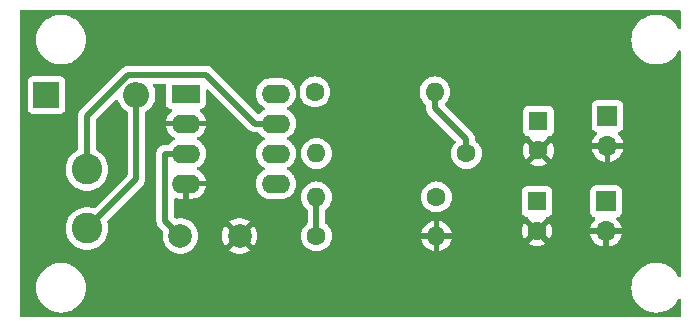
<source format=gbl>
%TF.GenerationSoftware,KiCad,Pcbnew,8.0.8*%
%TF.CreationDate,2025-06-29T12:47:59+09:00*%
%TF.ProjectId,NJM2374A_Boost,4e4a4d32-3337-4344-915f-426f6f73742e,rev?*%
%TF.SameCoordinates,Original*%
%TF.FileFunction,Copper,L2,Bot*%
%TF.FilePolarity,Positive*%
%FSLAX46Y46*%
G04 Gerber Fmt 4.6, Leading zero omitted, Abs format (unit mm)*
G04 Created by KiCad (PCBNEW 8.0.8) date 2025-06-29 12:47:59*
%MOMM*%
%LPD*%
G01*
G04 APERTURE LIST*
%TA.AperFunction,ComponentPad*%
%ADD10C,2.600000*%
%TD*%
%TA.AperFunction,ComponentPad*%
%ADD11C,1.600000*%
%TD*%
%TA.AperFunction,ComponentPad*%
%ADD12O,1.600000X1.600000*%
%TD*%
%TA.AperFunction,ComponentPad*%
%ADD13R,2.200000X2.200000*%
%TD*%
%TA.AperFunction,ComponentPad*%
%ADD14O,2.200000X2.200000*%
%TD*%
%TA.AperFunction,ComponentPad*%
%ADD15R,1.600000X1.600000*%
%TD*%
%TA.AperFunction,ComponentPad*%
%ADD16R,1.700000X1.700000*%
%TD*%
%TA.AperFunction,ComponentPad*%
%ADD17O,1.700000X1.700000*%
%TD*%
%TA.AperFunction,ComponentPad*%
%ADD18C,2.000000*%
%TD*%
%TA.AperFunction,ComponentPad*%
%ADD19R,2.400000X1.600000*%
%TD*%
%TA.AperFunction,ComponentPad*%
%ADD20O,2.400000X1.600000*%
%TD*%
%TA.AperFunction,Conductor*%
%ADD21C,0.500000*%
%TD*%
G04 APERTURE END LIST*
D10*
%TO.P,L1,1,1*%
%TO.N,Net-(D2-A)*%
X92202000Y-93980000D03*
%TO.P,L1,2,2*%
%TO.N,Net-(PS1-SI)*%
X92202000Y-88980000D03*
%TD*%
D11*
%TO.P,R3,1*%
%TO.N,Net-(PS1-CD)*%
X111506000Y-82423000D03*
D12*
%TO.P,R3,2*%
%TO.N,Net-(PS1-SI)*%
X121666000Y-82423000D03*
%TD*%
D13*
%TO.P,D2,1,K*%
%TO.N,Vout*%
X88773000Y-82677000D03*
D14*
%TO.P,D2,2,A*%
%TO.N,Net-(D2-A)*%
X96393000Y-82677000D03*
%TD*%
D15*
%TO.P,C3,1*%
%TO.N,Vin*%
X130429000Y-84876000D03*
D11*
%TO.P,C3,2*%
%TO.N,GND*%
X130429000Y-87376000D03*
%TD*%
D15*
%TO.P,C2,1*%
%TO.N,Vout*%
X130302000Y-91694000D03*
D11*
%TO.P,C2,2*%
%TO.N,GND*%
X130302000Y-94194000D03*
%TD*%
D16*
%TO.P,J1,1,Pin_1*%
%TO.N,Vin*%
X136271000Y-84450000D03*
D17*
%TO.P,J1,2,Pin_2*%
%TO.N,GND*%
X136271000Y-86990000D03*
%TD*%
D11*
%TO.P,R1,1*%
%TO.N,Net-(PS1-IN+)*%
X111633000Y-94615000D03*
D12*
%TO.P,R1,2*%
%TO.N,GND*%
X121793000Y-94615000D03*
%TD*%
D11*
%TO.P,R4,1*%
%TO.N,Net-(PS1-SI)*%
X124333000Y-87630000D03*
D12*
%TO.P,R4,2*%
%TO.N,Vin*%
X111633000Y-87630000D03*
%TD*%
D18*
%TO.P,C1,1*%
%TO.N,GND*%
X105116000Y-94615000D03*
%TO.P,C1,2*%
%TO.N,Net-(PS1-CT)*%
X100116000Y-94615000D03*
%TD*%
D19*
%TO.P,PS1,1,CS*%
%TO.N,Net-(D2-A)*%
X100569000Y-82560000D03*
D20*
%TO.P,PS1,2,ES*%
%TO.N,GND*%
X100569000Y-85100000D03*
%TO.P,PS1,3,CT*%
%TO.N,Net-(PS1-CT)*%
X100569000Y-87640000D03*
%TO.P,PS1,4,GND*%
%TO.N,GND*%
X100569000Y-90180000D03*
%TO.P,PS1,5,IN+*%
%TO.N,Net-(PS1-IN+)*%
X108189000Y-90180000D03*
%TO.P,PS1,6,V+*%
%TO.N,Vin*%
X108189000Y-87640000D03*
%TO.P,PS1,7,SI*%
%TO.N,Net-(PS1-SI)*%
X108189000Y-85100000D03*
%TO.P,PS1,8,CD*%
%TO.N,Net-(PS1-CD)*%
X108189000Y-82560000D03*
%TD*%
D11*
%TO.P,R2,1*%
%TO.N,Vout*%
X121793000Y-91313000D03*
D12*
%TO.P,R2,2*%
%TO.N,Net-(PS1-IN+)*%
X111633000Y-91313000D03*
%TD*%
D16*
%TO.P,J2,1,Pin_1*%
%TO.N,Vout*%
X136144000Y-91694000D03*
D17*
%TO.P,J2,2,Pin_2*%
%TO.N,GND*%
X136144000Y-94234000D03*
%TD*%
D21*
%TO.N,Net-(PS1-CT)*%
X100116000Y-94615000D02*
X98817300Y-93316300D01*
X98817300Y-93316300D02*
X98817300Y-87640000D01*
X100569000Y-87640000D02*
X98817300Y-87640000D01*
%TO.N,Net-(D2-A)*%
X96393000Y-89789000D02*
X92202000Y-93980000D01*
X96393000Y-82677000D02*
X96393000Y-89789000D01*
%TO.N,Net-(PS1-SI)*%
X95702700Y-80972500D02*
X102309800Y-80972500D01*
X102309800Y-80972500D02*
X106437300Y-85100000D01*
X92202000Y-84473200D02*
X95702700Y-80972500D01*
X121666000Y-82423000D02*
X121666000Y-83774700D01*
X124333000Y-86441700D02*
X124333000Y-87630000D01*
X121666000Y-83774700D02*
X124333000Y-86441700D01*
X108189000Y-85100000D02*
X106437300Y-85100000D01*
X92202000Y-88980000D02*
X92202000Y-84473200D01*
%TO.N,Net-(PS1-IN+)*%
X111633000Y-91313000D02*
X111633000Y-94615000D01*
%TD*%
%TA.AperFunction,Conductor*%
%TO.N,GND*%
G36*
X142442539Y-75520185D02*
G01*
X142488294Y-75572989D01*
X142499500Y-75624500D01*
X142499500Y-76977356D01*
X142479815Y-77044395D01*
X142427011Y-77090150D01*
X142357853Y-77100094D01*
X142294297Y-77071069D01*
X142265402Y-77034405D01*
X142255745Y-77015768D01*
X142198901Y-76906064D01*
X142033189Y-76671302D01*
X142033187Y-76671299D01*
X141954554Y-76587105D01*
X141837053Y-76461292D01*
X141614147Y-76279945D01*
X141614146Y-76279944D01*
X141368617Y-76130634D01*
X141105063Y-76016158D01*
X141105061Y-76016157D01*
X141105058Y-76016156D01*
X140975578Y-75979877D01*
X140828364Y-75938630D01*
X140828359Y-75938629D01*
X140828358Y-75938629D01*
X140686018Y-75919064D01*
X140543679Y-75899500D01*
X140543678Y-75899500D01*
X140256322Y-75899500D01*
X140256321Y-75899500D01*
X139971642Y-75938629D01*
X139971635Y-75938630D01*
X139763861Y-75996845D01*
X139694942Y-76016156D01*
X139694939Y-76016156D01*
X139694936Y-76016158D01*
X139694935Y-76016158D01*
X139431382Y-76130634D01*
X139185853Y-76279944D01*
X138962950Y-76461289D01*
X138766812Y-76671299D01*
X138601098Y-76906064D01*
X138468894Y-77161206D01*
X138372667Y-77431962D01*
X138372666Y-77431965D01*
X138314201Y-77713319D01*
X138294592Y-78000000D01*
X138314201Y-78286680D01*
X138372666Y-78568034D01*
X138372667Y-78568037D01*
X138468894Y-78838793D01*
X138468893Y-78838793D01*
X138601098Y-79093935D01*
X138766812Y-79328700D01*
X138851923Y-79419831D01*
X138962947Y-79538708D01*
X139185853Y-79720055D01*
X139431382Y-79869365D01*
X139618237Y-79950526D01*
X139694942Y-79983844D01*
X139971642Y-80061371D01*
X140221920Y-80095771D01*
X140256321Y-80100500D01*
X140256322Y-80100500D01*
X140543679Y-80100500D01*
X140574370Y-80096281D01*
X140828358Y-80061371D01*
X141105058Y-79983844D01*
X141218015Y-79934779D01*
X141368617Y-79869365D01*
X141368620Y-79869363D01*
X141368625Y-79869361D01*
X141614147Y-79720055D01*
X141837053Y-79538708D01*
X142033189Y-79328698D01*
X142198901Y-79093936D01*
X142265402Y-78965594D01*
X142313723Y-78915128D01*
X142381657Y-78898796D01*
X142447636Y-78921785D01*
X142490713Y-78976795D01*
X142499500Y-79022643D01*
X142499500Y-97977356D01*
X142479815Y-98044395D01*
X142427011Y-98090150D01*
X142357853Y-98100094D01*
X142294297Y-98071069D01*
X142265402Y-98034405D01*
X142255745Y-98015768D01*
X142198901Y-97906064D01*
X142033189Y-97671302D01*
X142033187Y-97671299D01*
X141954554Y-97587105D01*
X141837053Y-97461292D01*
X141614147Y-97279945D01*
X141614146Y-97279944D01*
X141368617Y-97130634D01*
X141105063Y-97016158D01*
X141105061Y-97016157D01*
X141105058Y-97016156D01*
X140975578Y-96979877D01*
X140828364Y-96938630D01*
X140828359Y-96938629D01*
X140828358Y-96938629D01*
X140686018Y-96919064D01*
X140543679Y-96899500D01*
X140543678Y-96899500D01*
X140256322Y-96899500D01*
X140256321Y-96899500D01*
X139971642Y-96938629D01*
X139971635Y-96938630D01*
X139763861Y-96996845D01*
X139694942Y-97016156D01*
X139694939Y-97016156D01*
X139694936Y-97016158D01*
X139694935Y-97016158D01*
X139431382Y-97130634D01*
X139185853Y-97279944D01*
X138962950Y-97461289D01*
X138766812Y-97671299D01*
X138601098Y-97906064D01*
X138468894Y-98161206D01*
X138372667Y-98431962D01*
X138372666Y-98431965D01*
X138314201Y-98713319D01*
X138294592Y-99000000D01*
X138314201Y-99286680D01*
X138372666Y-99568034D01*
X138372667Y-99568037D01*
X138468894Y-99838793D01*
X138468893Y-99838793D01*
X138601098Y-100093935D01*
X138766812Y-100328700D01*
X138851923Y-100419831D01*
X138962947Y-100538708D01*
X139185853Y-100720055D01*
X139431382Y-100869365D01*
X139618237Y-100950526D01*
X139694942Y-100983844D01*
X139971642Y-101061371D01*
X140221920Y-101095771D01*
X140256321Y-101100500D01*
X140256322Y-101100500D01*
X140543679Y-101100500D01*
X140574370Y-101096281D01*
X140828358Y-101061371D01*
X141105058Y-100983844D01*
X141218015Y-100934779D01*
X141368617Y-100869365D01*
X141368620Y-100869363D01*
X141368625Y-100869361D01*
X141614147Y-100720055D01*
X141837053Y-100538708D01*
X142033189Y-100328698D01*
X142198901Y-100093936D01*
X142265402Y-99965594D01*
X142313723Y-99915128D01*
X142381657Y-99898796D01*
X142447636Y-99921785D01*
X142490713Y-99976795D01*
X142499500Y-100022643D01*
X142499500Y-101375500D01*
X142479815Y-101442539D01*
X142427011Y-101488294D01*
X142375500Y-101499500D01*
X86624500Y-101499500D01*
X86557461Y-101479815D01*
X86511706Y-101427011D01*
X86500500Y-101375500D01*
X86500500Y-99000000D01*
X87894592Y-99000000D01*
X87914201Y-99286680D01*
X87972666Y-99568034D01*
X87972667Y-99568037D01*
X88068894Y-99838793D01*
X88068893Y-99838793D01*
X88201098Y-100093935D01*
X88366812Y-100328700D01*
X88451923Y-100419831D01*
X88562947Y-100538708D01*
X88785853Y-100720055D01*
X89031382Y-100869365D01*
X89218237Y-100950526D01*
X89294942Y-100983844D01*
X89571642Y-101061371D01*
X89821920Y-101095771D01*
X89856321Y-101100500D01*
X89856322Y-101100500D01*
X90143679Y-101100500D01*
X90174370Y-101096281D01*
X90428358Y-101061371D01*
X90705058Y-100983844D01*
X90818015Y-100934779D01*
X90968617Y-100869365D01*
X90968620Y-100869363D01*
X90968625Y-100869361D01*
X91214147Y-100720055D01*
X91437053Y-100538708D01*
X91633189Y-100328698D01*
X91798901Y-100093936D01*
X91931104Y-99838797D01*
X92027334Y-99568032D01*
X92085798Y-99286686D01*
X92105408Y-99000000D01*
X92085798Y-98713314D01*
X92027334Y-98431968D01*
X91931105Y-98161206D01*
X91931106Y-98161206D01*
X91798901Y-97906064D01*
X91633187Y-97671299D01*
X91554554Y-97587105D01*
X91437053Y-97461292D01*
X91214147Y-97279945D01*
X91214146Y-97279944D01*
X90968617Y-97130634D01*
X90705063Y-97016158D01*
X90705061Y-97016157D01*
X90705058Y-97016156D01*
X90575578Y-96979877D01*
X90428364Y-96938630D01*
X90428359Y-96938629D01*
X90428358Y-96938629D01*
X90286018Y-96919064D01*
X90143679Y-96899500D01*
X90143678Y-96899500D01*
X89856322Y-96899500D01*
X89856321Y-96899500D01*
X89571642Y-96938629D01*
X89571635Y-96938630D01*
X89363861Y-96996845D01*
X89294942Y-97016156D01*
X89294939Y-97016156D01*
X89294936Y-97016158D01*
X89294935Y-97016158D01*
X89031382Y-97130634D01*
X88785853Y-97279944D01*
X88562950Y-97461289D01*
X88366812Y-97671299D01*
X88201098Y-97906064D01*
X88068894Y-98161206D01*
X87972667Y-98431962D01*
X87972666Y-98431965D01*
X87914201Y-98713319D01*
X87894592Y-99000000D01*
X86500500Y-99000000D01*
X86500500Y-88979995D01*
X90396451Y-88979995D01*
X90396451Y-88980004D01*
X90416616Y-89249101D01*
X90457168Y-89426769D01*
X90476666Y-89512195D01*
X90575257Y-89763398D01*
X90710185Y-89997102D01*
X90846080Y-90167509D01*
X90878442Y-90208089D01*
X91024383Y-90343501D01*
X91076259Y-90391635D01*
X91299226Y-90543651D01*
X91299229Y-90543652D01*
X91299230Y-90543653D01*
X91329490Y-90558225D01*
X91542359Y-90660738D01*
X91800228Y-90740280D01*
X91800229Y-90740280D01*
X91800232Y-90740281D01*
X92067063Y-90780499D01*
X92067068Y-90780499D01*
X92067071Y-90780500D01*
X92067072Y-90780500D01*
X92336928Y-90780500D01*
X92336929Y-90780500D01*
X92336936Y-90780499D01*
X92603767Y-90740281D01*
X92603768Y-90740280D01*
X92603772Y-90740280D01*
X92861641Y-90660738D01*
X93053765Y-90568216D01*
X93104767Y-90543655D01*
X93104767Y-90543654D01*
X93104775Y-90543651D01*
X93327741Y-90391635D01*
X93525561Y-90208085D01*
X93693815Y-89997102D01*
X93828743Y-89763398D01*
X93927334Y-89512195D01*
X93987383Y-89249103D01*
X94007549Y-88980000D01*
X94002725Y-88915633D01*
X93987383Y-88710898D01*
X93980551Y-88680966D01*
X93927334Y-88447805D01*
X93828743Y-88196602D01*
X93693815Y-87962898D01*
X93525561Y-87751915D01*
X93525560Y-87751914D01*
X93525557Y-87751910D01*
X93327741Y-87568365D01*
X93324388Y-87566079D01*
X93104775Y-87416349D01*
X93104772Y-87416348D01*
X93104770Y-87416346D01*
X93022698Y-87376822D01*
X92970838Y-87329999D01*
X92952500Y-87265102D01*
X92952500Y-84835428D01*
X92972185Y-84768389D01*
X92988814Y-84747752D01*
X94650965Y-83085600D01*
X94712286Y-83052117D01*
X94781978Y-83057101D01*
X94837911Y-83098973D01*
X94859217Y-83144334D01*
X94866124Y-83173105D01*
X94866126Y-83173109D01*
X94962533Y-83405859D01*
X95094160Y-83620653D01*
X95094161Y-83620656D01*
X95119002Y-83649741D01*
X95257776Y-83812224D01*
X95449341Y-83975836D01*
X95583289Y-84057920D01*
X95630165Y-84109731D01*
X95642500Y-84163647D01*
X95642500Y-89426769D01*
X95622815Y-89493808D01*
X95606181Y-89514450D01*
X92883696Y-92236934D01*
X92822373Y-92270419D01*
X92759466Y-92267744D01*
X92603777Y-92219721D01*
X92603767Y-92219718D01*
X92336936Y-92179500D01*
X92336929Y-92179500D01*
X92067071Y-92179500D01*
X92067063Y-92179500D01*
X91800232Y-92219718D01*
X91800226Y-92219720D01*
X91542358Y-92299262D01*
X91299230Y-92416346D01*
X91076258Y-92568365D01*
X90878442Y-92751910D01*
X90710185Y-92962898D01*
X90575258Y-93196599D01*
X90575256Y-93196603D01*
X90476666Y-93447804D01*
X90476664Y-93447811D01*
X90416616Y-93710898D01*
X90396451Y-93979995D01*
X90396451Y-93980004D01*
X90416616Y-94249101D01*
X90476664Y-94512188D01*
X90476666Y-94512195D01*
X90549390Y-94697492D01*
X90575257Y-94763398D01*
X90710185Y-94997102D01*
X90761538Y-95061496D01*
X90878442Y-95208089D01*
X91003508Y-95324132D01*
X91076259Y-95391635D01*
X91299226Y-95543651D01*
X91542359Y-95660738D01*
X91800228Y-95740280D01*
X91800229Y-95740280D01*
X91800232Y-95740281D01*
X92067063Y-95780499D01*
X92067068Y-95780499D01*
X92067071Y-95780500D01*
X92067072Y-95780500D01*
X92336928Y-95780500D01*
X92336929Y-95780500D01*
X92336936Y-95780499D01*
X92603767Y-95740281D01*
X92603768Y-95740280D01*
X92603772Y-95740280D01*
X92861641Y-95660738D01*
X93104775Y-95543651D01*
X93327741Y-95391635D01*
X93525561Y-95208085D01*
X93693815Y-94997102D01*
X93828743Y-94763398D01*
X93927334Y-94512195D01*
X93987383Y-94249103D01*
X94003082Y-94039606D01*
X94007549Y-93980004D01*
X94007549Y-93979995D01*
X93987383Y-93710898D01*
X93965484Y-93614951D01*
X93927334Y-93447805D01*
X93919854Y-93428748D01*
X93913684Y-93359156D01*
X93946120Y-93297271D01*
X93947540Y-93295826D01*
X96975952Y-90267416D01*
X97032735Y-90182432D01*
X97058084Y-90144495D01*
X97114658Y-90007913D01*
X97141004Y-89875466D01*
X97143500Y-89862920D01*
X97143500Y-84163647D01*
X97163185Y-84096608D01*
X97202709Y-84057920D01*
X97336659Y-83975836D01*
X97528224Y-83812224D01*
X97691836Y-83620659D01*
X97823466Y-83405859D01*
X97919873Y-83173111D01*
X97978683Y-82928148D01*
X97998449Y-82677000D01*
X97978683Y-82425852D01*
X97919873Y-82180889D01*
X97823466Y-81948141D01*
X97801189Y-81911789D01*
X97782945Y-81844345D01*
X97804061Y-81777743D01*
X97857832Y-81733129D01*
X97906917Y-81723000D01*
X98744500Y-81723000D01*
X98811539Y-81742685D01*
X98857294Y-81795489D01*
X98868500Y-81847000D01*
X98868500Y-83407870D01*
X98868501Y-83407876D01*
X98874908Y-83467483D01*
X98925202Y-83602328D01*
X98925206Y-83602335D01*
X99011452Y-83717544D01*
X99011455Y-83717547D01*
X99126664Y-83803793D01*
X99126671Y-83803797D01*
X99171618Y-83820561D01*
X99261517Y-83854091D01*
X99299184Y-83858140D01*
X99363731Y-83884877D01*
X99403580Y-83942268D01*
X99406075Y-84012094D01*
X99370423Y-84072183D01*
X99358813Y-84081746D01*
X99322107Y-84108414D01*
X99177417Y-84253104D01*
X99177417Y-84253105D01*
X99057140Y-84418650D01*
X98964244Y-84600970D01*
X98901009Y-84795586D01*
X98892391Y-84850000D01*
X100253314Y-84850000D01*
X100248920Y-84854394D01*
X100196259Y-84945606D01*
X100169000Y-85047339D01*
X100169000Y-85152661D01*
X100196259Y-85254394D01*
X100248920Y-85345606D01*
X100253314Y-85350000D01*
X98892391Y-85350000D01*
X98901009Y-85404413D01*
X98964244Y-85599029D01*
X99057140Y-85781349D01*
X99177417Y-85946894D01*
X99177417Y-85946895D01*
X99322104Y-86091582D01*
X99487652Y-86211861D01*
X99580628Y-86259234D01*
X99631425Y-86307208D01*
X99648220Y-86375029D01*
X99625683Y-86441164D01*
X99580630Y-86480203D01*
X99487388Y-86527713D01*
X99321786Y-86648028D01*
X99177032Y-86792782D01*
X99177028Y-86792787D01*
X99143900Y-86838385D01*
X99088571Y-86881051D01*
X99043582Y-86889500D01*
X98743380Y-86889500D01*
X98598392Y-86918340D01*
X98598382Y-86918343D01*
X98461811Y-86974912D01*
X98461798Y-86974919D01*
X98338884Y-87057048D01*
X98338880Y-87057051D01*
X98234351Y-87161580D01*
X98234348Y-87161584D01*
X98152219Y-87284498D01*
X98152212Y-87284511D01*
X98095643Y-87421082D01*
X98095640Y-87421092D01*
X98066800Y-87566079D01*
X98066800Y-87566082D01*
X98066800Y-93390218D01*
X98066800Y-93390220D01*
X98066799Y-93390220D01*
X98095640Y-93535207D01*
X98095643Y-93535217D01*
X98152213Y-93671790D01*
X98152214Y-93671791D01*
X98152216Y-93671795D01*
X98164524Y-93690215D01*
X98221750Y-93775862D01*
X98234351Y-93794720D01*
X98234352Y-93794721D01*
X98616618Y-94176985D01*
X98650103Y-94238308D01*
X98649143Y-94295106D01*
X98630891Y-94367182D01*
X98610357Y-94614994D01*
X98610357Y-94615005D01*
X98630890Y-94862812D01*
X98630892Y-94862824D01*
X98691936Y-95103881D01*
X98791826Y-95331606D01*
X98927833Y-95539782D01*
X98950710Y-95564633D01*
X99096256Y-95722738D01*
X99292491Y-95875474D01*
X99375633Y-95920468D01*
X99510332Y-95993364D01*
X99511190Y-95993828D01*
X99730141Y-96068994D01*
X99744964Y-96074083D01*
X99746386Y-96074571D01*
X99991665Y-96115500D01*
X100240335Y-96115500D01*
X100485614Y-96074571D01*
X100720810Y-95993828D01*
X100939509Y-95875474D01*
X101135744Y-95722738D01*
X101304164Y-95539785D01*
X101440173Y-95331607D01*
X101540063Y-95103881D01*
X101601108Y-94862821D01*
X101602462Y-94846478D01*
X101621643Y-94615005D01*
X101621643Y-94614994D01*
X103610859Y-94614994D01*
X103610859Y-94615005D01*
X103631385Y-94862729D01*
X103631387Y-94862738D01*
X103692412Y-95103717D01*
X103792267Y-95331367D01*
X103892562Y-95484881D01*
X104633037Y-94744408D01*
X104650075Y-94807993D01*
X104715901Y-94922007D01*
X104808993Y-95015099D01*
X104923007Y-95080925D01*
X104986591Y-95097962D01*
X104245943Y-95838609D01*
X104292768Y-95875055D01*
X104292771Y-95875057D01*
X104511385Y-95993364D01*
X104511396Y-95993369D01*
X104746506Y-96074083D01*
X104991707Y-96115000D01*
X105240293Y-96115000D01*
X105485493Y-96074083D01*
X105720603Y-95993369D01*
X105720614Y-95993364D01*
X105939230Y-95875056D01*
X105939236Y-95875051D01*
X105986055Y-95838610D01*
X105986056Y-95838609D01*
X105245408Y-95097962D01*
X105308993Y-95080925D01*
X105423007Y-95015099D01*
X105516099Y-94922007D01*
X105581925Y-94807993D01*
X105598962Y-94744409D01*
X106339435Y-95484882D01*
X106439733Y-95331364D01*
X106539587Y-95103717D01*
X106600612Y-94862738D01*
X106600614Y-94862729D01*
X106621141Y-94615005D01*
X106621141Y-94614994D01*
X106600614Y-94367270D01*
X106600612Y-94367261D01*
X106539587Y-94126282D01*
X106439732Y-93898632D01*
X106339435Y-93745116D01*
X105598962Y-94485590D01*
X105581925Y-94422007D01*
X105516099Y-94307993D01*
X105423007Y-94214901D01*
X105308993Y-94149075D01*
X105245409Y-94132037D01*
X105986055Y-93391389D01*
X105986055Y-93391388D01*
X105939236Y-93354947D01*
X105939231Y-93354944D01*
X105720614Y-93236635D01*
X105720603Y-93236630D01*
X105485493Y-93155916D01*
X105240293Y-93115000D01*
X104991707Y-93115000D01*
X104746506Y-93155916D01*
X104511396Y-93236630D01*
X104511385Y-93236635D01*
X104292770Y-93354943D01*
X104245943Y-93391389D01*
X104986591Y-94132037D01*
X104923007Y-94149075D01*
X104808993Y-94214901D01*
X104715901Y-94307993D01*
X104650075Y-94422007D01*
X104633037Y-94485591D01*
X103892563Y-93745117D01*
X103792267Y-93898633D01*
X103792265Y-93898637D01*
X103692412Y-94126282D01*
X103631387Y-94367261D01*
X103631385Y-94367270D01*
X103610859Y-94614994D01*
X101621643Y-94614994D01*
X101601109Y-94367187D01*
X101601107Y-94367175D01*
X101540063Y-94126118D01*
X101440173Y-93898393D01*
X101304164Y-93690215D01*
X101287207Y-93671795D01*
X101135744Y-93507262D01*
X100939509Y-93354526D01*
X100939507Y-93354525D01*
X100939506Y-93354524D01*
X100720811Y-93236172D01*
X100720802Y-93236169D01*
X100485616Y-93155429D01*
X100240335Y-93114500D01*
X99991665Y-93114500D01*
X99784841Y-93149011D01*
X99715476Y-93140629D01*
X99676751Y-93114383D01*
X99604119Y-93041751D01*
X99570634Y-92980428D01*
X99567800Y-92954070D01*
X99567800Y-91522230D01*
X99587485Y-91455191D01*
X99640289Y-91409436D01*
X99709447Y-91399492D01*
X99730119Y-91404299D01*
X99864582Y-91447990D01*
X100066683Y-91480000D01*
X100319000Y-91480000D01*
X100319000Y-90495686D01*
X100323394Y-90500080D01*
X100414606Y-90552741D01*
X100516339Y-90580000D01*
X100621661Y-90580000D01*
X100723394Y-90552741D01*
X100814606Y-90500080D01*
X100819000Y-90495686D01*
X100819000Y-91480000D01*
X101071317Y-91480000D01*
X101273417Y-91447990D01*
X101468031Y-91384755D01*
X101650349Y-91291859D01*
X101815894Y-91171582D01*
X101815895Y-91171582D01*
X101960582Y-91026895D01*
X101960582Y-91026894D01*
X102080859Y-90861349D01*
X102173755Y-90679029D01*
X102236990Y-90484413D01*
X102245609Y-90430000D01*
X100884686Y-90430000D01*
X100889080Y-90425606D01*
X100941741Y-90334394D01*
X100969000Y-90232661D01*
X100969000Y-90127339D01*
X100941741Y-90025606D01*
X100889080Y-89934394D01*
X100884686Y-89930000D01*
X102245609Y-89930000D01*
X102236990Y-89875586D01*
X102173755Y-89680970D01*
X102080859Y-89498650D01*
X101960582Y-89333105D01*
X101960582Y-89333104D01*
X101815895Y-89188417D01*
X101650349Y-89068140D01*
X101557370Y-89020765D01*
X101506574Y-88972790D01*
X101489779Y-88904969D01*
X101512316Y-88838835D01*
X101557370Y-88799795D01*
X101557920Y-88799515D01*
X101650610Y-88752287D01*
X101776063Y-88661141D01*
X101816213Y-88631971D01*
X101816215Y-88631968D01*
X101816219Y-88631966D01*
X101960966Y-88487219D01*
X101960968Y-88487215D01*
X101960971Y-88487213D01*
X102013732Y-88414590D01*
X102081287Y-88321610D01*
X102174220Y-88139219D01*
X102237477Y-87944534D01*
X102269500Y-87742352D01*
X102269500Y-87537648D01*
X102251038Y-87421087D01*
X102237477Y-87335465D01*
X102188104Y-87183511D01*
X102174220Y-87140781D01*
X102174218Y-87140778D01*
X102174218Y-87140776D01*
X102113925Y-87022446D01*
X102081287Y-86958390D01*
X102060423Y-86929673D01*
X101960971Y-86792786D01*
X101816213Y-86648028D01*
X101650611Y-86527713D01*
X101557369Y-86480203D01*
X101506574Y-86432229D01*
X101489779Y-86364407D01*
X101512317Y-86298273D01*
X101557371Y-86259234D01*
X101650347Y-86211861D01*
X101815894Y-86091582D01*
X101815895Y-86091582D01*
X101960582Y-85946895D01*
X101960582Y-85946894D01*
X102080859Y-85781349D01*
X102173755Y-85599029D01*
X102236990Y-85404413D01*
X102245609Y-85350000D01*
X100884686Y-85350000D01*
X100889080Y-85345606D01*
X100941741Y-85254394D01*
X100969000Y-85152661D01*
X100969000Y-85047339D01*
X100941741Y-84945606D01*
X100889080Y-84854394D01*
X100884686Y-84850000D01*
X102245609Y-84850000D01*
X102236990Y-84795586D01*
X102173755Y-84600970D01*
X102080859Y-84418650D01*
X101960582Y-84253105D01*
X101960582Y-84253104D01*
X101815895Y-84108417D01*
X101779187Y-84081747D01*
X101736522Y-84026417D01*
X101730543Y-83956803D01*
X101763149Y-83895008D01*
X101823988Y-83860651D01*
X101838814Y-83858140D01*
X101876483Y-83854091D01*
X102011331Y-83803796D01*
X102126546Y-83717546D01*
X102212796Y-83602331D01*
X102263091Y-83467483D01*
X102269500Y-83407873D01*
X102269499Y-82292928D01*
X102289184Y-82225890D01*
X102341987Y-82180135D01*
X102411146Y-82170191D01*
X102474702Y-82199216D01*
X102481180Y-82205248D01*
X104168444Y-83892511D01*
X105854348Y-85578415D01*
X105854349Y-85578416D01*
X105933477Y-85657544D01*
X105958885Y-85682952D01*
X106081798Y-85765080D01*
X106081811Y-85765087D01*
X106218382Y-85821656D01*
X106218387Y-85821658D01*
X106218391Y-85821658D01*
X106218392Y-85821659D01*
X106363379Y-85850500D01*
X106363382Y-85850500D01*
X106663582Y-85850500D01*
X106730621Y-85870185D01*
X106763900Y-85901615D01*
X106797028Y-85947212D01*
X106797032Y-85947217D01*
X106941786Y-86091971D01*
X107060171Y-86177981D01*
X107107390Y-86212287D01*
X107198840Y-86258883D01*
X107200080Y-86259515D01*
X107250876Y-86307490D01*
X107267671Y-86375311D01*
X107245134Y-86441446D01*
X107200080Y-86480485D01*
X107107386Y-86527715D01*
X106941786Y-86648028D01*
X106797028Y-86792786D01*
X106676715Y-86958386D01*
X106583781Y-87140776D01*
X106520522Y-87335465D01*
X106488500Y-87537648D01*
X106488500Y-87742351D01*
X106520522Y-87944534D01*
X106583781Y-88139223D01*
X106647068Y-88263429D01*
X106676215Y-88320633D01*
X106676715Y-88321613D01*
X106797028Y-88487213D01*
X106941786Y-88631971D01*
X107050421Y-88710897D01*
X107107390Y-88752287D01*
X107187800Y-88793258D01*
X107200080Y-88799515D01*
X107250876Y-88847490D01*
X107267671Y-88915311D01*
X107245134Y-88981446D01*
X107200080Y-89020485D01*
X107107386Y-89067715D01*
X106941786Y-89188028D01*
X106797028Y-89332786D01*
X106676715Y-89498386D01*
X106583781Y-89680776D01*
X106520522Y-89875465D01*
X106488500Y-90077648D01*
X106488500Y-90282351D01*
X106520522Y-90484534D01*
X106583781Y-90679223D01*
X106638451Y-90786517D01*
X106668818Y-90846116D01*
X106676715Y-90861613D01*
X106797028Y-91027213D01*
X106941786Y-91171971D01*
X107096749Y-91284556D01*
X107107390Y-91292287D01*
X107223607Y-91351503D01*
X107289776Y-91385218D01*
X107289778Y-91385218D01*
X107289781Y-91385220D01*
X107394137Y-91419127D01*
X107484465Y-91448477D01*
X107585557Y-91464488D01*
X107686648Y-91480500D01*
X107686649Y-91480500D01*
X108691351Y-91480500D01*
X108691352Y-91480500D01*
X108893534Y-91448477D01*
X109088219Y-91385220D01*
X109229962Y-91312998D01*
X110327532Y-91312998D01*
X110327532Y-91313001D01*
X110347364Y-91539686D01*
X110347366Y-91539697D01*
X110406258Y-91759488D01*
X110406261Y-91759497D01*
X110502431Y-91965732D01*
X110502432Y-91965734D01*
X110632954Y-92152141D01*
X110793859Y-92313046D01*
X110829621Y-92338086D01*
X110873247Y-92392662D01*
X110882500Y-92439662D01*
X110882500Y-93488336D01*
X110862815Y-93555375D01*
X110829625Y-93589910D01*
X110793863Y-93614951D01*
X110632951Y-93775862D01*
X110502432Y-93962265D01*
X110502431Y-93962267D01*
X110406261Y-94168502D01*
X110406258Y-94168511D01*
X110347366Y-94388302D01*
X110347364Y-94388313D01*
X110327532Y-94614998D01*
X110327532Y-94615001D01*
X110347364Y-94841686D01*
X110347366Y-94841697D01*
X110406258Y-95061488D01*
X110406261Y-95061497D01*
X110502431Y-95267732D01*
X110502432Y-95267734D01*
X110632954Y-95454141D01*
X110793858Y-95615045D01*
X110793861Y-95615047D01*
X110980266Y-95745568D01*
X111186504Y-95841739D01*
X111406308Y-95900635D01*
X111568230Y-95914801D01*
X111632998Y-95920468D01*
X111633000Y-95920468D01*
X111633002Y-95920468D01*
X111689673Y-95915509D01*
X111859692Y-95900635D01*
X112079496Y-95841739D01*
X112285734Y-95745568D01*
X112472139Y-95615047D01*
X112633047Y-95454139D01*
X112763568Y-95267734D01*
X112859739Y-95061496D01*
X112918635Y-94841692D01*
X112938468Y-94615000D01*
X112938467Y-94614994D01*
X112923123Y-94439606D01*
X112918635Y-94388308D01*
X112912389Y-94364999D01*
X120514127Y-94364999D01*
X120514128Y-94365000D01*
X121477314Y-94365000D01*
X121472920Y-94369394D01*
X121420259Y-94460606D01*
X121393000Y-94562339D01*
X121393000Y-94667661D01*
X121420259Y-94769394D01*
X121472920Y-94860606D01*
X121477314Y-94865000D01*
X120514128Y-94865000D01*
X120566730Y-95061317D01*
X120566734Y-95061326D01*
X120662865Y-95267482D01*
X120793342Y-95453820D01*
X120954179Y-95614657D01*
X121140517Y-95745134D01*
X121346673Y-95841265D01*
X121346682Y-95841269D01*
X121542999Y-95893872D01*
X121543000Y-95893871D01*
X121543000Y-94930686D01*
X121547394Y-94935080D01*
X121638606Y-94987741D01*
X121740339Y-95015000D01*
X121845661Y-95015000D01*
X121947394Y-94987741D01*
X122038606Y-94935080D01*
X122043000Y-94930686D01*
X122043000Y-95893872D01*
X122239317Y-95841269D01*
X122239326Y-95841265D01*
X122445482Y-95745134D01*
X122631820Y-95614657D01*
X122792657Y-95453820D01*
X122923134Y-95267482D01*
X123019265Y-95061326D01*
X123019269Y-95061317D01*
X123071872Y-94865000D01*
X122108686Y-94865000D01*
X122113080Y-94860606D01*
X122165741Y-94769394D01*
X122193000Y-94667661D01*
X122193000Y-94562339D01*
X122165741Y-94460606D01*
X122113080Y-94369394D01*
X122108686Y-94365000D01*
X123071872Y-94365000D01*
X123071872Y-94364999D01*
X123026052Y-94193997D01*
X128997034Y-94193997D01*
X128997034Y-94194002D01*
X129016858Y-94420599D01*
X129016860Y-94420610D01*
X129075730Y-94640317D01*
X129075735Y-94640331D01*
X129171863Y-94846478D01*
X129222974Y-94919472D01*
X129902000Y-94240446D01*
X129902000Y-94246661D01*
X129929259Y-94348394D01*
X129981920Y-94439606D01*
X130056394Y-94514080D01*
X130147606Y-94566741D01*
X130249339Y-94594000D01*
X130255553Y-94594000D01*
X129576526Y-95273025D01*
X129649513Y-95324132D01*
X129649521Y-95324136D01*
X129855668Y-95420264D01*
X129855682Y-95420269D01*
X130075389Y-95479139D01*
X130075400Y-95479141D01*
X130301998Y-95498966D01*
X130302002Y-95498966D01*
X130528599Y-95479141D01*
X130528610Y-95479139D01*
X130748317Y-95420269D01*
X130748331Y-95420264D01*
X130954478Y-95324136D01*
X131027471Y-95273024D01*
X130348447Y-94594000D01*
X130354661Y-94594000D01*
X130456394Y-94566741D01*
X130547606Y-94514080D01*
X130622080Y-94439606D01*
X130674741Y-94348394D01*
X130702000Y-94246661D01*
X130702000Y-94240447D01*
X131381024Y-94919471D01*
X131432136Y-94846478D01*
X131528264Y-94640331D01*
X131528269Y-94640317D01*
X131587139Y-94420610D01*
X131587141Y-94420599D01*
X131606966Y-94194002D01*
X131606966Y-94193997D01*
X131587141Y-93967400D01*
X131587139Y-93967389D01*
X131528269Y-93747682D01*
X131528264Y-93747668D01*
X131432136Y-93541521D01*
X131432132Y-93541513D01*
X131381025Y-93468526D01*
X130702000Y-94147551D01*
X130702000Y-94141339D01*
X130674741Y-94039606D01*
X130622080Y-93948394D01*
X130547606Y-93873920D01*
X130456394Y-93821259D01*
X130354661Y-93794000D01*
X130348445Y-93794000D01*
X131032646Y-93109800D01*
X131042492Y-93060807D01*
X131091107Y-93010624D01*
X131146633Y-92995981D01*
X131146576Y-92994900D01*
X131146571Y-92994854D01*
X131146573Y-92994853D01*
X131146564Y-92994676D01*
X131149857Y-92994499D01*
X131149872Y-92994499D01*
X131209483Y-92988091D01*
X131344331Y-92937796D01*
X131459546Y-92851546D01*
X131545796Y-92736331D01*
X131596091Y-92601483D01*
X131602500Y-92541873D01*
X131602499Y-90846128D01*
X131597125Y-90796135D01*
X134793500Y-90796135D01*
X134793500Y-92591870D01*
X134793501Y-92591876D01*
X134799908Y-92651483D01*
X134850202Y-92786328D01*
X134850206Y-92786335D01*
X134936452Y-92901544D01*
X134936455Y-92901547D01*
X135051664Y-92987793D01*
X135051671Y-92987797D01*
X135112874Y-93010624D01*
X135183598Y-93037002D01*
X135239531Y-93078873D01*
X135263949Y-93144337D01*
X135249098Y-93212610D01*
X135227947Y-93240865D01*
X135105886Y-93362926D01*
X134970400Y-93556420D01*
X134970399Y-93556422D01*
X134870570Y-93770507D01*
X134870567Y-93770513D01*
X134813364Y-93983999D01*
X134813364Y-93984000D01*
X135710988Y-93984000D01*
X135678075Y-94041007D01*
X135644000Y-94168174D01*
X135644000Y-94299826D01*
X135678075Y-94426993D01*
X135710988Y-94484000D01*
X134813364Y-94484000D01*
X134870567Y-94697486D01*
X134870570Y-94697492D01*
X134970399Y-94911578D01*
X135105894Y-95105082D01*
X135272917Y-95272105D01*
X135466421Y-95407600D01*
X135680507Y-95507429D01*
X135680516Y-95507433D01*
X135894000Y-95564634D01*
X135894000Y-94667012D01*
X135951007Y-94699925D01*
X136078174Y-94734000D01*
X136209826Y-94734000D01*
X136336993Y-94699925D01*
X136394000Y-94667012D01*
X136394000Y-95564633D01*
X136607483Y-95507433D01*
X136607492Y-95507429D01*
X136821578Y-95407600D01*
X137015082Y-95272105D01*
X137182105Y-95105082D01*
X137317600Y-94911578D01*
X137417429Y-94697492D01*
X137417432Y-94697486D01*
X137474636Y-94484000D01*
X136577012Y-94484000D01*
X136609925Y-94426993D01*
X136644000Y-94299826D01*
X136644000Y-94168174D01*
X136609925Y-94041007D01*
X136577012Y-93984000D01*
X137474636Y-93984000D01*
X137474635Y-93983999D01*
X137417432Y-93770513D01*
X137417429Y-93770507D01*
X137317600Y-93556422D01*
X137317599Y-93556420D01*
X137182113Y-93362926D01*
X137182108Y-93362920D01*
X137060053Y-93240865D01*
X137026568Y-93179542D01*
X137031552Y-93109850D01*
X137073424Y-93053917D01*
X137104400Y-93037002D01*
X137217410Y-92994853D01*
X137236326Y-92987798D01*
X137236326Y-92987797D01*
X137236331Y-92987796D01*
X137351546Y-92901546D01*
X137437796Y-92786331D01*
X137488091Y-92651483D01*
X137494500Y-92591873D01*
X137494499Y-90796128D01*
X137488091Y-90736517D01*
X137466720Y-90679219D01*
X137437797Y-90601671D01*
X137437793Y-90601664D01*
X137351547Y-90486455D01*
X137351544Y-90486452D01*
X137236335Y-90400206D01*
X137236328Y-90400202D01*
X137101482Y-90349908D01*
X137101483Y-90349908D01*
X137041883Y-90343501D01*
X137041881Y-90343500D01*
X137041873Y-90343500D01*
X137041864Y-90343500D01*
X135246129Y-90343500D01*
X135246123Y-90343501D01*
X135186516Y-90349908D01*
X135051671Y-90400202D01*
X135051664Y-90400206D01*
X134936455Y-90486452D01*
X134936452Y-90486455D01*
X134850206Y-90601664D01*
X134850202Y-90601671D01*
X134799908Y-90736517D01*
X134795180Y-90780499D01*
X134793501Y-90796123D01*
X134793500Y-90796135D01*
X131597125Y-90796135D01*
X131596091Y-90786517D01*
X131593846Y-90780499D01*
X131545797Y-90651671D01*
X131545793Y-90651664D01*
X131459547Y-90536455D01*
X131459544Y-90536452D01*
X131344335Y-90450206D01*
X131344328Y-90450202D01*
X131209482Y-90399908D01*
X131209483Y-90399908D01*
X131149883Y-90393501D01*
X131149881Y-90393500D01*
X131149873Y-90393500D01*
X131149864Y-90393500D01*
X129454129Y-90393500D01*
X129454123Y-90393501D01*
X129394516Y-90399908D01*
X129259671Y-90450202D01*
X129259664Y-90450206D01*
X129144455Y-90536452D01*
X129144452Y-90536455D01*
X129058206Y-90651664D01*
X129058202Y-90651671D01*
X129007908Y-90786517D01*
X129001501Y-90846116D01*
X129001501Y-90846123D01*
X129001500Y-90846135D01*
X129001500Y-92541870D01*
X129001501Y-92541876D01*
X129007908Y-92601483D01*
X129058202Y-92736328D01*
X129058206Y-92736335D01*
X129144452Y-92851544D01*
X129144455Y-92851547D01*
X129259664Y-92937793D01*
X129259671Y-92937797D01*
X129303302Y-92954070D01*
X129394517Y-92988091D01*
X129454127Y-92994500D01*
X129454153Y-92994499D01*
X129457453Y-92994678D01*
X129457372Y-92996183D01*
X129518672Y-93014112D01*
X129564483Y-93066867D01*
X129572016Y-93110464D01*
X130255553Y-93794000D01*
X130249339Y-93794000D01*
X130147606Y-93821259D01*
X130056394Y-93873920D01*
X129981920Y-93948394D01*
X129929259Y-94039606D01*
X129902000Y-94141339D01*
X129902000Y-94147552D01*
X129222974Y-93468526D01*
X129222973Y-93468526D01*
X129171868Y-93541512D01*
X129171866Y-93541516D01*
X129075734Y-93747673D01*
X129075730Y-93747682D01*
X129016860Y-93967389D01*
X129016858Y-93967400D01*
X128997034Y-94193997D01*
X123026052Y-94193997D01*
X123019269Y-94168682D01*
X123019265Y-94168673D01*
X122923134Y-93962517D01*
X122792657Y-93776179D01*
X122631820Y-93615342D01*
X122445482Y-93484865D01*
X122239328Y-93388734D01*
X122043000Y-93336127D01*
X122043000Y-94299314D01*
X122038606Y-94294920D01*
X121947394Y-94242259D01*
X121845661Y-94215000D01*
X121740339Y-94215000D01*
X121638606Y-94242259D01*
X121547394Y-94294920D01*
X121543000Y-94299314D01*
X121543000Y-93336127D01*
X121346671Y-93388734D01*
X121140517Y-93484865D01*
X120954179Y-93615342D01*
X120793342Y-93776179D01*
X120662865Y-93962517D01*
X120566734Y-94168673D01*
X120566730Y-94168682D01*
X120514127Y-94364999D01*
X112912389Y-94364999D01*
X112866570Y-94193997D01*
X112859741Y-94168511D01*
X112859738Y-94168502D01*
X112839974Y-94126118D01*
X112763568Y-93962266D01*
X112698307Y-93869063D01*
X112633048Y-93775862D01*
X112568083Y-93710897D01*
X112472139Y-93614953D01*
X112467373Y-93611615D01*
X112436375Y-93589910D01*
X112392751Y-93535332D01*
X112383500Y-93488336D01*
X112383500Y-92439662D01*
X112403185Y-92372623D01*
X112436379Y-92338086D01*
X112472140Y-92313046D01*
X112633045Y-92152141D01*
X112633047Y-92152139D01*
X112763568Y-91965734D01*
X112859739Y-91759496D01*
X112918635Y-91539692D01*
X112938468Y-91313000D01*
X112938468Y-91312998D01*
X120487532Y-91312998D01*
X120487532Y-91313001D01*
X120507364Y-91539686D01*
X120507366Y-91539697D01*
X120566258Y-91759488D01*
X120566261Y-91759497D01*
X120662431Y-91965732D01*
X120662432Y-91965734D01*
X120792954Y-92152141D01*
X120953858Y-92313045D01*
X120953861Y-92313047D01*
X121140266Y-92443568D01*
X121346504Y-92539739D01*
X121346509Y-92539740D01*
X121346511Y-92539741D01*
X121399415Y-92553916D01*
X121566308Y-92598635D01*
X121728230Y-92612801D01*
X121792998Y-92618468D01*
X121793000Y-92618468D01*
X121793002Y-92618468D01*
X121849673Y-92613509D01*
X122019692Y-92598635D01*
X122239496Y-92539739D01*
X122445734Y-92443568D01*
X122632139Y-92313047D01*
X122793047Y-92152139D01*
X122923568Y-91965734D01*
X123019739Y-91759496D01*
X123078635Y-91539692D01*
X123098468Y-91313000D01*
X123096618Y-91291859D01*
X123092801Y-91248230D01*
X123078635Y-91086308D01*
X123019739Y-90866504D01*
X122923568Y-90660266D01*
X122793047Y-90473861D01*
X122793045Y-90473858D01*
X122632141Y-90312954D01*
X122445734Y-90182432D01*
X122445732Y-90182431D01*
X122239497Y-90086261D01*
X122239488Y-90086258D01*
X122019697Y-90027366D01*
X122019693Y-90027365D01*
X122019692Y-90027365D01*
X122019691Y-90027364D01*
X122019686Y-90027364D01*
X121793002Y-90007532D01*
X121792998Y-90007532D01*
X121566313Y-90027364D01*
X121566302Y-90027366D01*
X121346511Y-90086258D01*
X121346502Y-90086261D01*
X121140267Y-90182431D01*
X121140265Y-90182432D01*
X120953858Y-90312954D01*
X120792954Y-90473858D01*
X120662432Y-90660265D01*
X120662431Y-90660267D01*
X120566261Y-90866502D01*
X120566258Y-90866511D01*
X120507366Y-91086302D01*
X120507364Y-91086313D01*
X120487532Y-91312998D01*
X112938468Y-91312998D01*
X112936618Y-91291859D01*
X112932801Y-91248230D01*
X112918635Y-91086308D01*
X112859739Y-90866504D01*
X112763568Y-90660266D01*
X112633047Y-90473861D01*
X112633045Y-90473858D01*
X112472141Y-90312954D01*
X112285734Y-90182432D01*
X112285732Y-90182431D01*
X112079497Y-90086261D01*
X112079488Y-90086258D01*
X111859697Y-90027366D01*
X111859693Y-90027365D01*
X111859692Y-90027365D01*
X111859691Y-90027364D01*
X111859686Y-90027364D01*
X111633002Y-90007532D01*
X111632998Y-90007532D01*
X111406313Y-90027364D01*
X111406302Y-90027366D01*
X111186511Y-90086258D01*
X111186502Y-90086261D01*
X110980267Y-90182431D01*
X110980265Y-90182432D01*
X110793858Y-90312954D01*
X110632954Y-90473858D01*
X110502432Y-90660265D01*
X110502431Y-90660267D01*
X110406261Y-90866502D01*
X110406258Y-90866511D01*
X110347366Y-91086302D01*
X110347364Y-91086313D01*
X110327532Y-91312998D01*
X109229962Y-91312998D01*
X109270610Y-91292287D01*
X109363590Y-91224732D01*
X109436213Y-91171971D01*
X109436215Y-91171968D01*
X109436219Y-91171966D01*
X109580966Y-91027219D01*
X109580968Y-91027215D01*
X109580971Y-91027213D01*
X109633732Y-90954590D01*
X109701287Y-90861610D01*
X109794220Y-90679219D01*
X109857477Y-90484534D01*
X109889500Y-90282352D01*
X109889500Y-90077648D01*
X109867889Y-89941206D01*
X109857477Y-89875465D01*
X109826458Y-89780000D01*
X109794220Y-89680781D01*
X109794218Y-89680778D01*
X109794218Y-89680776D01*
X109760503Y-89614607D01*
X109701287Y-89498390D01*
X109649252Y-89426769D01*
X109580971Y-89332786D01*
X109436213Y-89188028D01*
X109270614Y-89067715D01*
X109264006Y-89064348D01*
X109177917Y-89020483D01*
X109127123Y-88972511D01*
X109110328Y-88904690D01*
X109132865Y-88838555D01*
X109177917Y-88799516D01*
X109270610Y-88752287D01*
X109396063Y-88661141D01*
X109436213Y-88631971D01*
X109436215Y-88631968D01*
X109436219Y-88631966D01*
X109580966Y-88487219D01*
X109580968Y-88487215D01*
X109580971Y-88487213D01*
X109633732Y-88414590D01*
X109701287Y-88321610D01*
X109794220Y-88139219D01*
X109857477Y-87944534D01*
X109889500Y-87742352D01*
X109889500Y-87629998D01*
X110327532Y-87629998D01*
X110327532Y-87630001D01*
X110347364Y-87856686D01*
X110347366Y-87856697D01*
X110406258Y-88076488D01*
X110406261Y-88076497D01*
X110502431Y-88282732D01*
X110502432Y-88282734D01*
X110632954Y-88469141D01*
X110793858Y-88630045D01*
X110793861Y-88630047D01*
X110980266Y-88760568D01*
X111186504Y-88856739D01*
X111406308Y-88915635D01*
X111568230Y-88929801D01*
X111632998Y-88935468D01*
X111633000Y-88935468D01*
X111633002Y-88935468D01*
X111689673Y-88930509D01*
X111859692Y-88915635D01*
X112079496Y-88856739D01*
X112285734Y-88760568D01*
X112472139Y-88630047D01*
X112633047Y-88469139D01*
X112763568Y-88282734D01*
X112859739Y-88076496D01*
X112918635Y-87856692D01*
X112938468Y-87630000D01*
X112918635Y-87403308D01*
X112859739Y-87183504D01*
X112763568Y-86977266D01*
X112665839Y-86837693D01*
X112633045Y-86790858D01*
X112472141Y-86629954D01*
X112285734Y-86499432D01*
X112285732Y-86499431D01*
X112079497Y-86403261D01*
X112079488Y-86403258D01*
X111859697Y-86344366D01*
X111859693Y-86344365D01*
X111859692Y-86344365D01*
X111859691Y-86344364D01*
X111859686Y-86344364D01*
X111633002Y-86324532D01*
X111632998Y-86324532D01*
X111406313Y-86344364D01*
X111406302Y-86344366D01*
X111186511Y-86403258D01*
X111186502Y-86403261D01*
X110980267Y-86499431D01*
X110980265Y-86499432D01*
X110793858Y-86629954D01*
X110632954Y-86790858D01*
X110502432Y-86977265D01*
X110502431Y-86977267D01*
X110406261Y-87183502D01*
X110406258Y-87183511D01*
X110347366Y-87403302D01*
X110347364Y-87403313D01*
X110327532Y-87629998D01*
X109889500Y-87629998D01*
X109889500Y-87537648D01*
X109871038Y-87421087D01*
X109857477Y-87335465D01*
X109808104Y-87183511D01*
X109794220Y-87140781D01*
X109794218Y-87140778D01*
X109794218Y-87140776D01*
X109733925Y-87022446D01*
X109701287Y-86958390D01*
X109680423Y-86929673D01*
X109580971Y-86792786D01*
X109436213Y-86648028D01*
X109270614Y-86527715D01*
X109263470Y-86524075D01*
X109177917Y-86480483D01*
X109127123Y-86432511D01*
X109110328Y-86364690D01*
X109132865Y-86298555D01*
X109177917Y-86259516D01*
X109270610Y-86212287D01*
X109317829Y-86177981D01*
X109436213Y-86091971D01*
X109436215Y-86091968D01*
X109436219Y-86091966D01*
X109580966Y-85947219D01*
X109580968Y-85947215D01*
X109580971Y-85947213D01*
X109636934Y-85870185D01*
X109701287Y-85781610D01*
X109794220Y-85599219D01*
X109857477Y-85404534D01*
X109889500Y-85202352D01*
X109889500Y-84997648D01*
X109881257Y-84945606D01*
X109857477Y-84795465D01*
X109794218Y-84600776D01*
X109701419Y-84418650D01*
X109701287Y-84418390D01*
X109687402Y-84399279D01*
X109580971Y-84252786D01*
X109436213Y-84108028D01*
X109270614Y-83987715D01*
X109247300Y-83975836D01*
X109177917Y-83940483D01*
X109127123Y-83892511D01*
X109110328Y-83824690D01*
X109132865Y-83758555D01*
X109177917Y-83719516D01*
X109270610Y-83672287D01*
X109325783Y-83632202D01*
X109436213Y-83551971D01*
X109436215Y-83551968D01*
X109436219Y-83551966D01*
X109580966Y-83407219D01*
X109580968Y-83407215D01*
X109580971Y-83407213D01*
X109686370Y-83262141D01*
X109701287Y-83241610D01*
X109794220Y-83059219D01*
X109857477Y-82864534D01*
X109889500Y-82662352D01*
X109889500Y-82457648D01*
X109884012Y-82422998D01*
X110200532Y-82422998D01*
X110200532Y-82423001D01*
X110220364Y-82649686D01*
X110220366Y-82649697D01*
X110279258Y-82869488D01*
X110279261Y-82869497D01*
X110375431Y-83075732D01*
X110375432Y-83075734D01*
X110505954Y-83262141D01*
X110666858Y-83423045D01*
X110666861Y-83423047D01*
X110853266Y-83553568D01*
X111059504Y-83649739D01*
X111279308Y-83708635D01*
X111441230Y-83722801D01*
X111505998Y-83728468D01*
X111506000Y-83728468D01*
X111506002Y-83728468D01*
X111562673Y-83723509D01*
X111732692Y-83708635D01*
X111952496Y-83649739D01*
X112158734Y-83553568D01*
X112345139Y-83423047D01*
X112506047Y-83262139D01*
X112636568Y-83075734D01*
X112732739Y-82869496D01*
X112791635Y-82649692D01*
X112808634Y-82455384D01*
X112811468Y-82423001D01*
X112811468Y-82422998D01*
X120360532Y-82422998D01*
X120360532Y-82423001D01*
X120380364Y-82649686D01*
X120380366Y-82649697D01*
X120439258Y-82869488D01*
X120439261Y-82869497D01*
X120535431Y-83075732D01*
X120535432Y-83075734D01*
X120665954Y-83262141D01*
X120826859Y-83423046D01*
X120862621Y-83448086D01*
X120906247Y-83502662D01*
X120915500Y-83549662D01*
X120915500Y-83848618D01*
X120915500Y-83848620D01*
X120915499Y-83848620D01*
X120944340Y-83993607D01*
X120944343Y-83993617D01*
X121000912Y-84130188D01*
X121000916Y-84130195D01*
X121019603Y-84158162D01*
X121019604Y-84158165D01*
X121083046Y-84253114D01*
X121083052Y-84253121D01*
X123389191Y-86559258D01*
X123422676Y-86620581D01*
X123417692Y-86690273D01*
X123389193Y-86734619D01*
X123332952Y-86790861D01*
X123202432Y-86977265D01*
X123202431Y-86977267D01*
X123106261Y-87183502D01*
X123106258Y-87183511D01*
X123047366Y-87403302D01*
X123047364Y-87403313D01*
X123027532Y-87629998D01*
X123027532Y-87630001D01*
X123047364Y-87856686D01*
X123047366Y-87856697D01*
X123106258Y-88076488D01*
X123106261Y-88076497D01*
X123202431Y-88282732D01*
X123202432Y-88282734D01*
X123332954Y-88469141D01*
X123493858Y-88630045D01*
X123493861Y-88630047D01*
X123680266Y-88760568D01*
X123886504Y-88856739D01*
X124106308Y-88915635D01*
X124268230Y-88929801D01*
X124332998Y-88935468D01*
X124333000Y-88935468D01*
X124333002Y-88935468D01*
X124389673Y-88930509D01*
X124559692Y-88915635D01*
X124779496Y-88856739D01*
X124985734Y-88760568D01*
X125172139Y-88630047D01*
X125333047Y-88469139D01*
X125463568Y-88282734D01*
X125559739Y-88076496D01*
X125618635Y-87856692D01*
X125638468Y-87630000D01*
X125618635Y-87403308D01*
X125611317Y-87375997D01*
X129124034Y-87375997D01*
X129124034Y-87376002D01*
X129143858Y-87602599D01*
X129143860Y-87602610D01*
X129202730Y-87822317D01*
X129202735Y-87822331D01*
X129298863Y-88028478D01*
X129349974Y-88101472D01*
X130029000Y-87422446D01*
X130029000Y-87428661D01*
X130056259Y-87530394D01*
X130108920Y-87621606D01*
X130183394Y-87696080D01*
X130274606Y-87748741D01*
X130376339Y-87776000D01*
X130382553Y-87776000D01*
X129703526Y-88455025D01*
X129776513Y-88506132D01*
X129776521Y-88506136D01*
X129982668Y-88602264D01*
X129982682Y-88602269D01*
X130202389Y-88661139D01*
X130202400Y-88661141D01*
X130428998Y-88680966D01*
X130429002Y-88680966D01*
X130655599Y-88661141D01*
X130655610Y-88661139D01*
X130875317Y-88602269D01*
X130875331Y-88602264D01*
X131081478Y-88506136D01*
X131154471Y-88455024D01*
X130475447Y-87776000D01*
X130481661Y-87776000D01*
X130583394Y-87748741D01*
X130674606Y-87696080D01*
X130749080Y-87621606D01*
X130801741Y-87530394D01*
X130829000Y-87428661D01*
X130829000Y-87422447D01*
X131508024Y-88101471D01*
X131559136Y-88028478D01*
X131655264Y-87822331D01*
X131655269Y-87822317D01*
X131714139Y-87602610D01*
X131714141Y-87602599D01*
X131733966Y-87376002D01*
X131733966Y-87375997D01*
X131714141Y-87149400D01*
X131714139Y-87149389D01*
X131655269Y-86929682D01*
X131655264Y-86929668D01*
X131559136Y-86723521D01*
X131559132Y-86723513D01*
X131508025Y-86650526D01*
X130829000Y-87329551D01*
X130829000Y-87323339D01*
X130801741Y-87221606D01*
X130749080Y-87130394D01*
X130674606Y-87055920D01*
X130583394Y-87003259D01*
X130481661Y-86976000D01*
X130475445Y-86976000D01*
X131159646Y-86291800D01*
X131169492Y-86242807D01*
X131218107Y-86192624D01*
X131273633Y-86177981D01*
X131273576Y-86176900D01*
X131273571Y-86176854D01*
X131273573Y-86176853D01*
X131273564Y-86176676D01*
X131276857Y-86176499D01*
X131276872Y-86176499D01*
X131336483Y-86170091D01*
X131471331Y-86119796D01*
X131586546Y-86033546D01*
X131672796Y-85918331D01*
X131723091Y-85783483D01*
X131729500Y-85723873D01*
X131729499Y-84028128D01*
X131723091Y-83968517D01*
X131691895Y-83884877D01*
X131672797Y-83833671D01*
X131672793Y-83833664D01*
X131586547Y-83718455D01*
X131586544Y-83718452D01*
X131471335Y-83632206D01*
X131471328Y-83632202D01*
X131336482Y-83581908D01*
X131336483Y-83581908D01*
X131276883Y-83575501D01*
X131276881Y-83575500D01*
X131276873Y-83575500D01*
X131276864Y-83575500D01*
X129581129Y-83575500D01*
X129581123Y-83575501D01*
X129521516Y-83581908D01*
X129386671Y-83632202D01*
X129386664Y-83632206D01*
X129271455Y-83718452D01*
X129271452Y-83718455D01*
X129185206Y-83833664D01*
X129185202Y-83833671D01*
X129134908Y-83968517D01*
X129128501Y-84028116D01*
X129128500Y-84028129D01*
X129128500Y-85723870D01*
X129128501Y-85723876D01*
X129134908Y-85783483D01*
X129185202Y-85918328D01*
X129185206Y-85918335D01*
X129271452Y-86033544D01*
X129271455Y-86033547D01*
X129386664Y-86119793D01*
X129386671Y-86119797D01*
X129431618Y-86136561D01*
X129521517Y-86170091D01*
X129581127Y-86176500D01*
X129581153Y-86176499D01*
X129584453Y-86176678D01*
X129584372Y-86178183D01*
X129645672Y-86196112D01*
X129691483Y-86248867D01*
X129699016Y-86292464D01*
X130382553Y-86976000D01*
X130376339Y-86976000D01*
X130274606Y-87003259D01*
X130183394Y-87055920D01*
X130108920Y-87130394D01*
X130056259Y-87221606D01*
X130029000Y-87323339D01*
X130029000Y-87329552D01*
X129349974Y-86650526D01*
X129349973Y-86650526D01*
X129298868Y-86723512D01*
X129298866Y-86723516D01*
X129202734Y-86929673D01*
X129202730Y-86929682D01*
X129143860Y-87149389D01*
X129143858Y-87149400D01*
X129124034Y-87375997D01*
X125611317Y-87375997D01*
X125559739Y-87183504D01*
X125463568Y-86977266D01*
X125396198Y-86881051D01*
X125333048Y-86790862D01*
X125265698Y-86723512D01*
X125172139Y-86629953D01*
X125167373Y-86626615D01*
X125136375Y-86604910D01*
X125092751Y-86550332D01*
X125083500Y-86503336D01*
X125083500Y-86367780D01*
X125074897Y-86324534D01*
X125074897Y-86324532D01*
X125054659Y-86222788D01*
X125000408Y-86091817D01*
X124998764Y-86087222D01*
X124915954Y-85963288D01*
X124915953Y-85963287D01*
X124915951Y-85963284D01*
X124811416Y-85858749D01*
X123679926Y-84727259D01*
X122528108Y-83575440D01*
X122515382Y-83552135D01*
X134920500Y-83552135D01*
X134920500Y-85347870D01*
X134920501Y-85347876D01*
X134926908Y-85407483D01*
X134977202Y-85542328D01*
X134977206Y-85542335D01*
X135063452Y-85657544D01*
X135063455Y-85657547D01*
X135178664Y-85743793D01*
X135178671Y-85743797D01*
X135178674Y-85743798D01*
X135310598Y-85793002D01*
X135366531Y-85834873D01*
X135390949Y-85900337D01*
X135376098Y-85968610D01*
X135354947Y-85996865D01*
X135232886Y-86118926D01*
X135097400Y-86312420D01*
X135097399Y-86312422D01*
X134997570Y-86526507D01*
X134997567Y-86526513D01*
X134940364Y-86739999D01*
X134940364Y-86740000D01*
X135837988Y-86740000D01*
X135805075Y-86797007D01*
X135771000Y-86924174D01*
X135771000Y-87055826D01*
X135805075Y-87182993D01*
X135837988Y-87240000D01*
X134940364Y-87240000D01*
X134997567Y-87453486D01*
X134997570Y-87453492D01*
X135097399Y-87667578D01*
X135232894Y-87861082D01*
X135399917Y-88028105D01*
X135593421Y-88163600D01*
X135807507Y-88263429D01*
X135807516Y-88263433D01*
X136021000Y-88320634D01*
X136021000Y-87423012D01*
X136078007Y-87455925D01*
X136205174Y-87490000D01*
X136336826Y-87490000D01*
X136463993Y-87455925D01*
X136521000Y-87423012D01*
X136521000Y-88320633D01*
X136734483Y-88263433D01*
X136734492Y-88263429D01*
X136948578Y-88163600D01*
X137142082Y-88028105D01*
X137309105Y-87861082D01*
X137444600Y-87667578D01*
X137544429Y-87453492D01*
X137544432Y-87453486D01*
X137601636Y-87240000D01*
X136704012Y-87240000D01*
X136736925Y-87182993D01*
X136771000Y-87055826D01*
X136771000Y-86924174D01*
X136736925Y-86797007D01*
X136704012Y-86740000D01*
X137601636Y-86740000D01*
X137601635Y-86739999D01*
X137544432Y-86526513D01*
X137544429Y-86526507D01*
X137444600Y-86312422D01*
X137444599Y-86312420D01*
X137309113Y-86118926D01*
X137309108Y-86118920D01*
X137187053Y-85996865D01*
X137153568Y-85935542D01*
X137158552Y-85865850D01*
X137200424Y-85809917D01*
X137231400Y-85793002D01*
X137363331Y-85743796D01*
X137478546Y-85657546D01*
X137564796Y-85542331D01*
X137615091Y-85407483D01*
X137621500Y-85347873D01*
X137621499Y-83552128D01*
X137615091Y-83492517D01*
X137609060Y-83476348D01*
X137564797Y-83357671D01*
X137564793Y-83357664D01*
X137478547Y-83242455D01*
X137478544Y-83242452D01*
X137363335Y-83156206D01*
X137363328Y-83156202D01*
X137228482Y-83105908D01*
X137228483Y-83105908D01*
X137168883Y-83099501D01*
X137168881Y-83099500D01*
X137168873Y-83099500D01*
X137168864Y-83099500D01*
X135373129Y-83099500D01*
X135373123Y-83099501D01*
X135313516Y-83105908D01*
X135178671Y-83156202D01*
X135178664Y-83156206D01*
X135063455Y-83242452D01*
X135063452Y-83242455D01*
X134977206Y-83357664D01*
X134977202Y-83357671D01*
X134926908Y-83492517D01*
X134920765Y-83549662D01*
X134920501Y-83552123D01*
X134920500Y-83552135D01*
X122515382Y-83552135D01*
X122494623Y-83514117D01*
X122499607Y-83444425D01*
X122528106Y-83400079D01*
X122666047Y-83262139D01*
X122796568Y-83075734D01*
X122892739Y-82869496D01*
X122951635Y-82649692D01*
X122968634Y-82455384D01*
X122971468Y-82423001D01*
X122971468Y-82422998D01*
X122960088Y-82292929D01*
X122951635Y-82196308D01*
X122892739Y-81976504D01*
X122796568Y-81770266D01*
X122666047Y-81583861D01*
X122666045Y-81583858D01*
X122505141Y-81422954D01*
X122318734Y-81292432D01*
X122318732Y-81292431D01*
X122112497Y-81196261D01*
X122112488Y-81196258D01*
X121892697Y-81137366D01*
X121892693Y-81137365D01*
X121892692Y-81137365D01*
X121892691Y-81137364D01*
X121892686Y-81137364D01*
X121666002Y-81117532D01*
X121665998Y-81117532D01*
X121439313Y-81137364D01*
X121439302Y-81137366D01*
X121219511Y-81196258D01*
X121219502Y-81196261D01*
X121013267Y-81292431D01*
X121013265Y-81292432D01*
X120826858Y-81422954D01*
X120665954Y-81583858D01*
X120535432Y-81770265D01*
X120535431Y-81770267D01*
X120439261Y-81976502D01*
X120439258Y-81976511D01*
X120380366Y-82196302D01*
X120380364Y-82196313D01*
X120360532Y-82422998D01*
X112811468Y-82422998D01*
X112800088Y-82292929D01*
X112791635Y-82196308D01*
X112732739Y-81976504D01*
X112636568Y-81770266D01*
X112506047Y-81583861D01*
X112506045Y-81583858D01*
X112345141Y-81422954D01*
X112158734Y-81292432D01*
X112158732Y-81292431D01*
X111952497Y-81196261D01*
X111952488Y-81196258D01*
X111732697Y-81137366D01*
X111732693Y-81137365D01*
X111732692Y-81137365D01*
X111732691Y-81137364D01*
X111732686Y-81137364D01*
X111506002Y-81117532D01*
X111505998Y-81117532D01*
X111279313Y-81137364D01*
X111279302Y-81137366D01*
X111059511Y-81196258D01*
X111059502Y-81196261D01*
X110853267Y-81292431D01*
X110853265Y-81292432D01*
X110666858Y-81422954D01*
X110505954Y-81583858D01*
X110375432Y-81770265D01*
X110375431Y-81770267D01*
X110279261Y-81976502D01*
X110279258Y-81976511D01*
X110220366Y-82196302D01*
X110220364Y-82196313D01*
X110200532Y-82422998D01*
X109884012Y-82422998D01*
X109857477Y-82255466D01*
X109838255Y-82196308D01*
X109794218Y-82060776D01*
X109751279Y-81976504D01*
X109701287Y-81878390D01*
X109676552Y-81844345D01*
X109580971Y-81712786D01*
X109436213Y-81568028D01*
X109270613Y-81447715D01*
X109270612Y-81447714D01*
X109270610Y-81447713D01*
X109213653Y-81418691D01*
X109088223Y-81354781D01*
X108893534Y-81291522D01*
X108718995Y-81263878D01*
X108691352Y-81259500D01*
X107686648Y-81259500D01*
X107662329Y-81263351D01*
X107484465Y-81291522D01*
X107289776Y-81354781D01*
X107107386Y-81447715D01*
X106941786Y-81568028D01*
X106797028Y-81712786D01*
X106676715Y-81878386D01*
X106583781Y-82060776D01*
X106520522Y-82255465D01*
X106488500Y-82457648D01*
X106488500Y-82662351D01*
X106520522Y-82864534D01*
X106583781Y-83059223D01*
X106676715Y-83241613D01*
X106797028Y-83407213D01*
X106941786Y-83551971D01*
X107076355Y-83649739D01*
X107107390Y-83672287D01*
X107178723Y-83708633D01*
X107200080Y-83719515D01*
X107250876Y-83767490D01*
X107267671Y-83835311D01*
X107245134Y-83901446D01*
X107200080Y-83940485D01*
X107107386Y-83987715D01*
X106941788Y-84108027D01*
X106811922Y-84237893D01*
X106750599Y-84271377D01*
X106680907Y-84266393D01*
X106636560Y-84237892D01*
X102788221Y-80389552D01*
X102788214Y-80389546D01*
X102714529Y-80340312D01*
X102714529Y-80340313D01*
X102665291Y-80307413D01*
X102528717Y-80250843D01*
X102528707Y-80250840D01*
X102383720Y-80222000D01*
X102383718Y-80222000D01*
X95776617Y-80222000D01*
X95628782Y-80222000D01*
X95628780Y-80222000D01*
X95483792Y-80250840D01*
X95483782Y-80250843D01*
X95347211Y-80307412D01*
X95347198Y-80307419D01*
X95224284Y-80389548D01*
X95224280Y-80389551D01*
X91619047Y-83994784D01*
X91607884Y-84011491D01*
X91596769Y-84028128D01*
X91567333Y-84072183D01*
X91536914Y-84117707D01*
X91480343Y-84254282D01*
X91480340Y-84254292D01*
X91451500Y-84399279D01*
X91451500Y-87265102D01*
X91431815Y-87332141D01*
X91381303Y-87376821D01*
X91299235Y-87416344D01*
X91299232Y-87416345D01*
X91076258Y-87568365D01*
X90878442Y-87751910D01*
X90710185Y-87962898D01*
X90575258Y-88196599D01*
X90575256Y-88196603D01*
X90476666Y-88447804D01*
X90476664Y-88447811D01*
X90416616Y-88710898D01*
X90396451Y-88979995D01*
X86500500Y-88979995D01*
X86500500Y-81529135D01*
X87172500Y-81529135D01*
X87172500Y-83824870D01*
X87172501Y-83824876D01*
X87178908Y-83884483D01*
X87229202Y-84019328D01*
X87229206Y-84019335D01*
X87315452Y-84134544D01*
X87315455Y-84134547D01*
X87430664Y-84220793D01*
X87430671Y-84220797D01*
X87565517Y-84271091D01*
X87565516Y-84271091D01*
X87572444Y-84271835D01*
X87625127Y-84277500D01*
X89920872Y-84277499D01*
X89980483Y-84271091D01*
X90115331Y-84220796D01*
X90230546Y-84134546D01*
X90316796Y-84019331D01*
X90367091Y-83884483D01*
X90373500Y-83824873D01*
X90373499Y-81529128D01*
X90367091Y-81469517D01*
X90358959Y-81447715D01*
X90316797Y-81334671D01*
X90316793Y-81334664D01*
X90230547Y-81219455D01*
X90230544Y-81219452D01*
X90115335Y-81133206D01*
X90115328Y-81133202D01*
X89980482Y-81082908D01*
X89980483Y-81082908D01*
X89920883Y-81076501D01*
X89920881Y-81076500D01*
X89920873Y-81076500D01*
X89920864Y-81076500D01*
X87625129Y-81076500D01*
X87625123Y-81076501D01*
X87565516Y-81082908D01*
X87430671Y-81133202D01*
X87430664Y-81133206D01*
X87315455Y-81219452D01*
X87315452Y-81219455D01*
X87229206Y-81334664D01*
X87229202Y-81334671D01*
X87178908Y-81469517D01*
X87172501Y-81529116D01*
X87172501Y-81529123D01*
X87172500Y-81529135D01*
X86500500Y-81529135D01*
X86500500Y-78000000D01*
X87894592Y-78000000D01*
X87914201Y-78286680D01*
X87972666Y-78568034D01*
X87972667Y-78568037D01*
X88068894Y-78838793D01*
X88068893Y-78838793D01*
X88201098Y-79093935D01*
X88366812Y-79328700D01*
X88451923Y-79419831D01*
X88562947Y-79538708D01*
X88785853Y-79720055D01*
X89031382Y-79869365D01*
X89218237Y-79950526D01*
X89294942Y-79983844D01*
X89571642Y-80061371D01*
X89821920Y-80095771D01*
X89856321Y-80100500D01*
X89856322Y-80100500D01*
X90143679Y-80100500D01*
X90174370Y-80096281D01*
X90428358Y-80061371D01*
X90705058Y-79983844D01*
X90818015Y-79934779D01*
X90968617Y-79869365D01*
X90968620Y-79869363D01*
X90968625Y-79869361D01*
X91214147Y-79720055D01*
X91437053Y-79538708D01*
X91633189Y-79328698D01*
X91798901Y-79093936D01*
X91931104Y-78838797D01*
X92027334Y-78568032D01*
X92085798Y-78286686D01*
X92105408Y-78000000D01*
X92085798Y-77713314D01*
X92027334Y-77431968D01*
X91931105Y-77161206D01*
X91931106Y-77161206D01*
X91798901Y-76906064D01*
X91633187Y-76671299D01*
X91554554Y-76587105D01*
X91437053Y-76461292D01*
X91214147Y-76279945D01*
X91214146Y-76279944D01*
X90968617Y-76130634D01*
X90705063Y-76016158D01*
X90705061Y-76016157D01*
X90705058Y-76016156D01*
X90575578Y-75979877D01*
X90428364Y-75938630D01*
X90428359Y-75938629D01*
X90428358Y-75938629D01*
X90286018Y-75919064D01*
X90143679Y-75899500D01*
X90143678Y-75899500D01*
X89856322Y-75899500D01*
X89856321Y-75899500D01*
X89571642Y-75938629D01*
X89571635Y-75938630D01*
X89363861Y-75996845D01*
X89294942Y-76016156D01*
X89294939Y-76016156D01*
X89294936Y-76016158D01*
X89294935Y-76016158D01*
X89031382Y-76130634D01*
X88785853Y-76279944D01*
X88562950Y-76461289D01*
X88366812Y-76671299D01*
X88201098Y-76906064D01*
X88068894Y-77161206D01*
X87972667Y-77431962D01*
X87972666Y-77431965D01*
X87914201Y-77713319D01*
X87894592Y-78000000D01*
X86500500Y-78000000D01*
X86500500Y-75624500D01*
X86520185Y-75557461D01*
X86572989Y-75511706D01*
X86624500Y-75500500D01*
X142375500Y-75500500D01*
X142442539Y-75520185D01*
G37*
%TD.AperFunction*%
%TD*%
M02*

</source>
